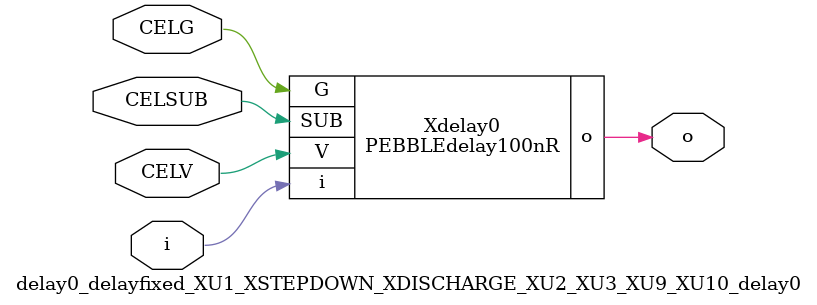
<source format=v>



module PEBBLEdelay100nR ( o, V, G, i, SUB );

  input V;
  input i;
  input G;
  output o;
  input SUB;
endmodule

//Celera Confidential Do Not Copy delay0_delayfixed_XU1_XSTEPDOWN_XDISCHARGE_XU2_XU3_XU9_XU10_delay0
//TYPE: fixed 100ns
module delay0_delayfixed_XU1_XSTEPDOWN_XDISCHARGE_XU2_XU3_XU9_XU10_delay0 (i, CELV, o,
CELG,CELSUB);
input CELV;
input i;
output o;
input CELSUB;
input CELG;

//Celera Confidential Do Not Copy delayfast0
PEBBLEdelay100nR Xdelay0(
.V (CELV),
.i (i),
.o (o),
.G (CELG),
.SUB (CELSUB)
);
//,diesize,PEBBLEdelay100nR

//Celera Confidential Do Not Copy Module End
//Celera Schematic Generator
endmodule

</source>
